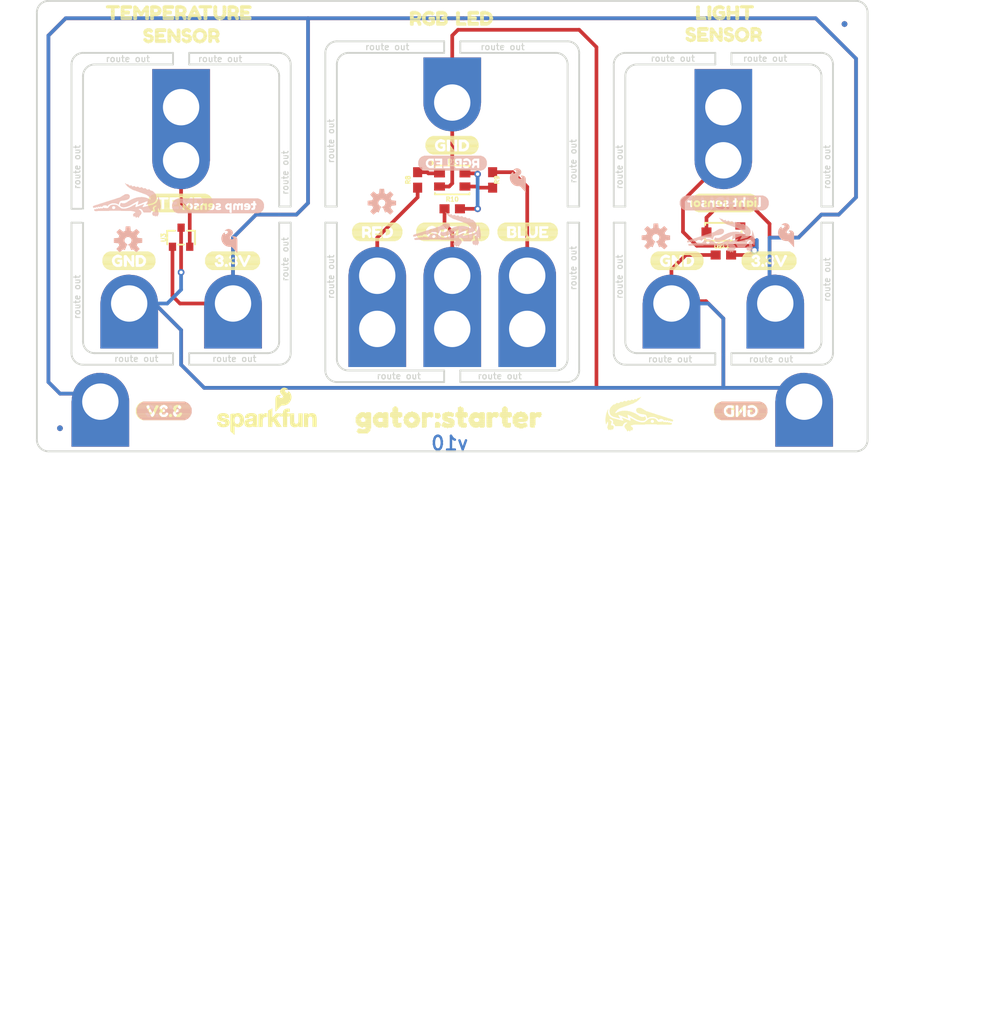
<source format=kicad_pcb>
(kicad_pcb (version 20211014) (generator pcbnew)
  (layers (0 "F.Cu" signal) (31 "B.Cu" signal) (34 "B.Paste" user) (35 "F.Paste" user) (36 "B.SilkS" user "B.Silkscreen") (37 "F.SilkS" user "F.Silkscreen") (38 "B.Mask" user) (39 "F.Mask" user) (44 "Edge.Cuts" user))
  (net 0 "")
  (net 1 "3.3V")
  (net 2 "GND")
  (net 3 "N$11")
  (net 4 "N$12")
  (net 5 "N$13")
  (net 6 "N$14")
  (net 7 "N$15")
  (net 8 "N$16")
  (net 9 "N$10")
  (net 10 "N$18")
  (footprint "boardEagle:0603" (layer "F.Cu") (at 148.5011 103.0986)
    (fp_text reference "R10")
    (fp_text value "100")
  )
  (footprint "boardEagle:SENSOR2" (layer "F.Cu") (at 172.7581 83.9216)
    (fp_text reference "U$21" hide)
    (fp_text value "" hide)
  )
  (footprint "boardEagle:3#3V1" (layer "F.Cu") (at 113.5761 125.3236)
    (fp_text reference "U$36" hide)
    (fp_text value "" hide)
  )
  (footprint "" (layer "F.Cu") (at 135.8011 103.2256)
    (fp_text reference "@HOLE4" hide)
    (fp_text value "")
  )
  (footprint "boardEagle:GREEN9" (layer "F.Cu") (at 144.4371 105.6386)
    (fp_text reference "U$8" hide)
    (fp_text value "" hide)
  )
  (footprint "" (layer "F.Cu") (at 135.8011 104.2416)
    (fp_text reference "@HOLE5" hide)
    (fp_text value "")
  )
  (footprint "boardEagle:GATOR" (layer "F.Cu") (at 178.3461 98.0186 180)
    (fp_text reference "U$24" hide)
    (fp_text value "GATOR" hide)
  )
  (footprint "boardEagle:3#3V1" (layer "F.Cu") (at 121.1961 108.8136)
    (fp_text reference "U$3" hide)
    (fp_text value "" hide)
  )
  (footprint "" (layer "F.Cu") (at 149.0091 85.6996)
    (fp_text reference "@HOLE11" hide)
    (fp_text value "")
  )
  (footprint "" (layer "F.Cu") (at 118.1481 87.0966)
    (fp_text reference "@HOLE6" hide)
    (fp_text value "")
  )
  (footprint "boardEagle:3#3V1" (layer "F.Cu") (at 180.2511 108.8136)
    (fp_text reference "U$2" hide)
    (fp_text value "" hide)
  )
  (footprint "" (layer "F.Cu") (at 178.8541 86.9696)
    (fp_text reference "@HOLE21" hide)
    (fp_text value "")
  )
  (footprint "" (layer "F.Cu") (at 147.9931 121.0056)
    (fp_text reference "@HOLE14" hide)
    (fp_text value "")
  )
  (footprint "" (layer "F.Cu") (at 161.2011 103.2256)
    (fp_text reference "@HOLE13" hide)
    (fp_text value "")
  )
  (footprint "" (layer "F.Cu") (at 177.8381 119.1006)
    (fp_text reference "@HOLE16" hide)
    (fp_text value "")
  )
  (footprint "" (layer "F.Cu") (at 177.8381 86.9696)
    (fp_text reference "@HOLE20" hide)
    (fp_text value "")
  )
  (footprint "boardEagle:GATOR" (layer "F.Cu") (at 140.2461 110.2106)
    (fp_text reference "U$10" hide)
    (fp_text value "GATOR" hide)
  )
  (footprint "boardEagle:LED5" (layer "F.Cu") (at 147.4851 82.1436)
    (fp_text reference "U$27" hide)
    (fp_text value "" hide)
  )
  (footprint "boardEagle:GATOR" (layer "F.Cu") (at 118.6561 98.0186 180)
    (fp_text reference "U$23" hide)
    (fp_text value "GATOR" hide)
  )
  (footprint "boardEagle:GND0" (layer "F.Cu") (at 145.4531 96.1136)
    (fp_text reference "U$1" hide)
    (fp_text value "" hide)
  )
  (footprint "boardEagle:GATOR#STARTER0" (layer "F.Cu") (at 135.8011 125.9586)
    (fp_text reference "U$30" hide)
    (fp_text value "" hide)
  )
  (footprint "boardEagle:GATOR" (layer "F.Cu") (at 156.7561 110.2106)
    (fp_text reference "U$14" hide)
    (fp_text value "GATOR" hide)
  )
  (footprint "boardEagle:TAB_GATOR_MINI" (layer "F.Cu") (at 184.0611 118.3386)
    (fp_text reference "U$26" hide)
    (fp_text value "TAB_GATOR_MINI" hide)
  )
  (footprint "" (layer "F.Cu") (at 119.1641 119.2276)
    (fp_text reference "@HOLE9" hide)
    (fp_text value "")
  )
  (footprint "boardEagle:BLUE10" (layer "F.Cu") (at 153.3271 105.6386)
    (fp_text reference "U$4" hide)
    (fp_text value "" hide)
  )
  (footprint "boardEagle:LIGHT4" (layer "F.Cu") (at 173.9011 81.5086)
    (fp_text reference "U$20" hide)
    (fp_text value "" hide)
  )
  (footprint "" (layer "F.Cu") (at 118.1481 119.2276)
    (fp_text reference "@HOLE8" hide)
    (fp_text value "")
  )
  (footprint "boardEagle:TAB_GATOR_MINI" (layer "F.Cu") (at 187.2361 129.1336)
    (fp_text reference "U$35" hide)
    (fp_text value "TAB_GATOR_MINI" hide)
  )
  (footprint "boardEagle:LIGHT4" (layer "F.Cu") (at 174.6631 102.4636)
    (fp_text reference "U$9" hide)
    (fp_text value "" hide)
  )
  (footprint "boardEagle:0603" (layer "F.Cu") (at 144.6911 99.9236 90)
    (fp_text reference "R8")
    (fp_text value "200")
  )
  (footprint "boardEagle:FIDUCIAL-MICRO" (layer "F.Cu") (at 191.6811 82.7786)
    (fp_text reference "FD1" hide)
    (fp_text value "FIDUCIALUFIDUCIAL" hide)
  )
  (footprint "" (layer "F.Cu") (at 149.0091 121.0056)
    (fp_text reference "@HOLE15" hide)
    (fp_text value "")
  )
  (footprint "boardEagle:TAB_GATOR_MINI" (layer "F.Cu") (at 172.6311 118.3386)
    (fp_text reference "U$25" hide)
    (fp_text value "TAB_GATOR_MINI" hide)
  )
  (footprint "boardEagle:TEMPERATURE3" (layer "F.Cu") (at 109.0041 81.5086)
    (fp_text reference "U$17" hide)
    (fp_text value "" hide)
  )
  (footprint "" (layer "F.Cu") (at 167.4241 104.2416)
    (fp_text reference "@HOLE18" hide)
    (fp_text value "")
  )
  (footprint "boardEagle:ORDERING_INSTRUCTIONS" (layer "F.Cu") (at 98.9711 141.8336)
    (fp_text reference "U$33" hide)
    (fp_text value "" hide)
  )
  (footprint "boardEagle:GND0" (layer "F.Cu") (at 177.2031 125.3236)
    (fp_text reference "U$38" hide)
    (fp_text value "" hide)
  )
  (footprint "boardEagle:GATOR#PNG" (layer "F.Cu") (at 168.7576 125.5776)
    (fp_text reference "U$41" hide)
    (fp_text value "" hide)
  )
  (footprint "boardEagle:GATOR" (layer "F.Cu") (at 148.5011 110.2106)
    (fp_text reference "U$15" hide)
    (fp_text value "GATOR" hide)
  )
  (footprint "boardEagle:GND0" (layer "F.Cu") (at 170.2181 108.8136)
    (fp_text reference "U$7" hide)
    (fp_text value "" hide)
  )
  (footprint "boardEagle:CREATIVE_COMMONS" (layer "F.Cu") (at 125.0061 139.2936)
    (fp_text reference "FRAME1" hide)
    (fp_text value "FRAME-LETTER" hide)
  )
  (footprint "" (layer "F.Cu") (at 189.2681 104.2416)
    (fp_text reference "@HOLE23" hide)
    (fp_text value "")
  )
  (footprint "boardEagle:TEMT6000" (layer "F.Cu") (at 178.3461 105.6386 180)
    (fp_text reference "U2")
    (fp_text value "LIGHT_SENSORTEMT6000")
  )
  (footprint "boardEagle:0603" (layer "F.Cu") (at 152.9461 99.9236 -90)
    (fp_text reference "R9")
    (fp_text value "100")
  )
  (footprint "boardEagle:SFE_LOGO_NAME_FLAME_.1" (layer "F.Cu") (at 122.2121 127.9906)
    (fp_text reference "U$5" hide)
    (fp_text value "" hide)
  )
  (footprint "boardEagle:RED8" (layer "F.Cu") (at 137.3251 105.6386)
    (fp_text reference "U$18" hide)
    (fp_text value "" hide)
  )
  (footprint "" (layer "F.Cu") (at 178.8541 119.1006)
    (fp_text reference "@HOLE17" hide)
    (fp_text value "")
  )
  (footprint "boardEagle:TAB_GATOR_MINI" (layer "F.Cu") (at 112.9411 118.3386)
    (fp_text reference "U$22" hide)
    (fp_text value "TAB_GATOR_MINI" hide)
  )
  (footprint "" (layer "F.Cu") (at 107.8611 103.3526)
    (fp_text reference "@HOLE0" hide)
    (fp_text value "")
  )
  (footprint "boardEagle:PLCC4SMDLED" (layer "F.Cu") (at 148.5011 99.9236)
    (fp_text reference "D1")
    (fp_text value "XZM2CRKM2DGFBB45SCCB")
  )
  (footprint "boardEagle:0603" (layer "F.Cu") (at 178.3461 108.1786)
    (fp_text reference "R11")
    (fp_text value "10k")
  )
  (footprint "boardEagle:SENSOR2" (layer "F.Cu") (at 113.0681 84.0486)
    (fp_text reference "U$16" hide)
    (fp_text value "" hide)
  )
  (footprint "" (layer "F.Cu") (at 147.9931 85.6996)
    (fp_text reference "@HOLE10" hide)
    (fp_text value "")
  )
  (footprint "boardEagle:TAB_GATOR_MINI" (layer "F.Cu") (at 109.7661 129.1336)
    (fp_text reference "U$19" hide)
    (fp_text value "TAB_GATOR_MINI" hide)
  )
  (footprint "boardEagle:RGB0" (layer "F.Cu") (at 142.4051 82.1436)
    (fp_text reference "U$40" hide)
    (fp_text value "" hide)
  )
  (footprint "" (layer "F.Cu") (at 119.1641 87.0966)
    (fp_text reference "@HOLE7" hide)
    (fp_text value "")
  )
  (footprint "boardEagle:FIDUCIAL-MICRO" (layer "F.Cu") (at 105.3211 127.2286)
    (fp_text reference "FD4" hide)
    (fp_text value "FIDUCIALUFIDUCIAL" hide)
  )
  (footprint "boardEagle:TAB_GATOR_MINI" (layer "F.Cu") (at 148.5011 86.5886 180)
    (fp_text reference "U$12" hide)
    (fp_text value "TAB_GATOR_MINI" hide)
  )
  (footprint "boardEagle:TAB_GATOR_MINI" (layer "F.Cu") (at 124.3711 118.3386)
    (fp_text reference "U$11" hide)
    (fp_text value "TAB_GATOR_MINI" hide)
  )
  (footprint "boardEagle:SOT23-3" (layer "F.Cu") (at 118.6561 106.2736)
    (fp_text reference "U3")
    (fp_text value "MCP9700TT")
  )
  (footprint "boardEagle:TEMP3" (layer "F.Cu") (at 114.8461 102.4636)
    (fp_text reference "U$13" hide)
    (fp_text value "" hide)
  )
  (footprint "boardEagle:GND0" (layer "F.Cu") (at 109.8931 108.8136)
    (fp_text reference "U$6" hide)
    (fp_text value "" hide)
  )
  (footprint "" (layer "F.Cu") (at 129.4511 104.2416)
    (fp_text reference "@HOLE3" hide)
    (fp_text value "")
  )
  (footprint "" (layer "F.Cu") (at 189.2681 103.2256)
    (fp_text reference "@HOLE22" hide)
    (fp_text value "")
  )
  (footprint "" (layer "F.Cu") (at 167.4241 103.2256)
    (fp_text reference "@HOLE19" hide)
    (fp_text value "")
  )
  (footprint "" (layer "F.Cu") (at 107.8611 104.3686)
    (fp_text reference "@HOLE1" hide)
    (fp_text value "")
  )
  (footprint "" (layer "F.Cu") (at 129.4511 103.2256)
    (fp_text reference "@HOLE2" hide)
    (fp_text value "")
  )
  (footprint "" (layer "F.Cu") (at 161.2011 104.2416)
    (fp_text reference "@HOLE12" hide)
    (fp_text value "")
  )
  (footprint "boardEagle:REVISION" (layer "F.Cu") (at 136.5631 141.4526)
    (fp_text reference "LOGO7" hide)
    (fp_text value "REVISION" hide)
  )
  (footprint "boardEagle:OSHW-LOGO-S" (layer "B.Cu") (at 112.8141 106.5911 180)
    (fp_text reference "LOGO5" hide)
    (fp_text value "OSHW-LOGOS" hide)
  )
  (footprint "boardEagle:OSHW-LOGO-S" (layer "B.Cu") (at 170.9166 106.2736 180)
    (fp_text reference "LOGO2" hide)
    (fp_text value "OSHW-LOGOS" hide)
  )
  (footprint "boardEagle:3#3V1" (layer "B.Cu") (at 119.9261 125.3236 180)
    (fp_text reference "U$37" hide)
    (fp_text value "" hide)
  )
  (footprint "boardEagle:SFE_LOGO_FLAME_.1" (layer "B.Cu") (at 125.1331 108.2421 180)
    (fp_text reference "LOGO6" hide)
    (fp_text value "SFE_LOGO_FLAME.1_INCH" hide)
  )
  (footprint "boardEagle:OSHW-LOGO-S" (layer "B.Cu") (at 140.7541 102.4636 180)
    (fp_text reference "LOGO3" hide)
    (fp_text value "OSHW-LOGOS" hide)
  )
  (footprint "boardEagle:FIDUCIAL-MICRO" (layer "B.Cu") (at 191.6811 82.7786 180)
    (fp_text reference "FD2" hide)
    (fp_text value "FIDUCIALUFIDUCIAL" hide)
  )
  (footprint "boardEagle:GATOR#PNG" (layer "B.Cu") (at 113.0046 102.0826 180)
    (fp_text reference "U$70" hide)
    (fp_text value "" hide)
  )
  (footprint "boardEagle:FIDUCIAL-MICRO" (layer "B.Cu") (at 105.3211 127.2286 180)
    (fp_text reference "FD3" hide)
    (fp_text value "FIDUCIALUFIDUCIAL" hide)
  )
  (footprint "boardEagle:SFE_LOGO_FLAME_.1" (layer "B.Cu") (at 156.8831 101.5746 180)
    (fp_text reference "LOGO4" hide)
    (fp_text value "SFE_LOGO_FLAME.1_INCH" hide)
  )
  (footprint "boardEagle:TEMP_SENSOR3" (layer "B.Cu") (at 127.8636 102.7811 180)
    (fp_text reference "U$32" hide)
    (fp_text value "" hide)
  )
  (footprint "boardEagle:SFE_LOGO_FLAME_.1" (layer "B.Cu") (at 186.4106 107.6071 180)
    (fp_text reference "LOGO1" hide)
    (fp_text value "SFE_LOGO_FLAME.1_INCH" hide)
  )
  (footprint "boardEagle:GATOR#PNG" (layer "B.Cu") (at 148.2471 105.2576 180)
    (fp_text reference "U$28" hide)
    (fp_text value "" hide)
  )
  (footprint "boardEagle:RGB_LED0" (layer "B.Cu") (at 152.4381 98.0821 180)
    (fp_text reference "U$34" hide)
    (fp_text value "" hide)
  )
  (footprint "boardEagle:GND0" (layer "B.Cu") (at 183.2991 125.3236 180)
    (fp_text reference "U$39" hide)
    (fp_text value "" hide)
  )
  (footprint "boardEagle:GATOR#PNG" (layer "B.Cu") (at 178.4096 105.8926 180)
    (fp_text reference "U$29" hide)
    (fp_text value "" hide)
  )
  (footprint "boardEagle:LIGHT_SENSOR0" (layer "B.Cu") (at 183.4261 102.4636 180)
    (fp_text reference "U$31" hide)
    (fp_text value "" hide)
  )
  (gr_line (start 119.5451 120.2436) (end 129.4511 120.2436) (layer "Edge.Cuts") (width 0.2032))
  (gr_line (start 161.2011 119.6086) (end 161.2011 104.6226) (layer "Edge.Cuts") (width 0.2032))
  (gr_arc (start 190.4111 118.9736) (mid 190.039126 119.871626) (end 189.1411 120.2436) (layer "Edge.Cuts") (width 0.2032))
  (gr_line (start 134.5311 120.8786) (end 134.5311 104.6226) (layer "Edge.Cuts") (width 0.2032))
  (gr_line (start 106.5911 104.6226) (end 106.5911 118.9736) (layer "Edge.Cuts") (width 0.2032))
  (gr_arc (start 104.0511 129.7686) (mid 103.153074 129.396626) (end 102.7811 128.4986) (layer "Edge.Cuts") (width 0.2032))
  (gr_line (start 117.7671 85.9536) (end 107.8611 85.9536) (layer "Edge.Cuts") (width 0.2032))
  (gr_line (start 177.4571 85.9536) (end 167.5511 85.9536) (layer "Edge.Cuts") (width 0.2032))
  (gr_line (start 159.9311 85.9536) (end 149.3901 85.9536) (layer "Edge.Cuts") (width 0.2032))
  (gr_line (start 189.1411 104.6226) (end 190.4111 104.6226) (layer "Edge.Cuts") (width 0.2032))
  (gr_line (start 179.2351 87.2236) (end 187.8711 87.2236) (layer "Edge.Cuts") (width 0.2032))
  (gr_line (start 162.4711 104.6226) (end 162.4711 120.8786) (layer "Edge.Cuts") (width 0.2032))
  (gr_line (start 167.5511 104.6226) (end 166.2811 104.6226) (layer "Edge.Cuts") (width 0.2032))
  (gr_arc (start 167.5511 120.2436) (mid 166.653074 119.871626) (end 166.2811 118.9736) (layer "Edge.Cuts") (width 0.2032))
  (gr_arc (start 134.5311 85.9536) (mid 134.903074 85.055574) (end 135.8011 84.6836) (layer "Edge.Cuts") (width 0.2032))
  (gr_arc (start 135.8011 87.2236) (mid 136.173074 86.325574) (end 137.0711 85.9536) (layer "Edge.Cuts") (width 0.2032))
  (gr_arc (start 106.5911 87.2236) (mid 106.963074 86.325574) (end 107.8611 85.9536) (layer "Edge.Cuts") (width 0.2032))
  (gr_line (start 130.7211 104.6226) (end 130.7211 118.9736) (layer "Edge.Cuts") (width 0.2032))
  (gr_line (start 167.5511 88.4936) (end 167.5511 102.8446) (layer "Edge.Cuts") (width 0.2032))
  (gr_arc (start 192.9511 80.2386) (mid 193.849126 80.610574) (end 194.2211 81.5086) (layer "Edge.Cuts") (width 0.2032))
  (gr_line (start 137.0711 120.8786) (end 147.6121 120.8786) (layer "Edge.Cuts") (width 0.2032))
  (gr_line (start 177.4571 87.2236) (end 177.4571 85.9536) (layer "Edge.Cuts") (width 0.2032))
  (gr_line (start 149.3901 85.9536) (end 149.3901 84.6836) (layer "Edge.Cuts") (width 0.2032))
  (gr_line (start 117.7671 118.9736) (end 117.7671 120.2436) (layer "Edge.Cuts") (width 0.2032))
  (gr_line (start 135.8011 104.6226) (end 135.8011 119.6086) (layer "Edge.Cuts") (width 0.2032))
  (gr_line (start 177.4571 87.2236) (end 168.8211 87.2236) (layer "Edge.Cuts") (width 0.2032))
  (gr_line (start 119.5451 87.2236) (end 128.1811 87.2236) (layer "Edge.Cuts") (width 0.2032))
  (gr_line (start 135.8011 87.2236) (end 135.8011 102.8446) (layer "Edge.Cuts") (width 0.2032))
  (gr_arc (start 129.4511 117.7036) (mid 129.079126 118.601626) (end 128.1811 118.9736) (layer "Edge.Cuts") (width 0.2032))
  (gr_arc (start 159.9311 85.9536) (mid 160.829126 86.325574) (end 161.2011 87.2236) (layer "Edge.Cuts") (width 0.2032))
  (gr_line (start 166.2811 104.6226) (end 166.2811 118.9736) (layer "Edge.Cuts") (width 0.2032))
  (gr_arc (start 107.8611 120.2436) (mid 106.963074 119.871626) (end 106.5911 118.9736) (layer "Edge.Cuts") (width 0.2032))
  (gr_line (start 147.6121 122.1486) (end 135.8011 122.1486) (layer "Edge.Cuts") (width 0.2032))
  (gr_arc (start 128.1811 87.2236) (mid 129.079126 87.595574) (end 129.4511 88.4936) (layer "Edge.Cuts") (width 0.2032))
  (gr_line (start 129.4511 102.8446) (end 130.7211 102.8446) (layer "Edge.Cuts") (width 0.2032))
  (gr_line (start 117.7671 87.2236) (end 109.1311 87.2236) (layer "Edge.Cuts") (width 0.2032))
  (gr_arc (start 107.8611 88.4936) (mid 108.233074 87.595574) (end 109.1311 87.2236) (layer "Edge.Cuts") (width 0.2032))
  (gr_line (start 190.4111 104.6226) (end 190.4111 118.9736) (layer "Edge.Cuts") (width 0.2032))
  (gr_line (start 179.2351 118.9736) (end 187.8711 118.9736) (layer "Edge.Cuts") (width 0.2032))
  (gr_line (start 135.8011 102.8446) (end 134.5311 102.8446) (layer "Edge.Cuts") (width 0.2032))
  (gr_line (start 102.7811 128.4986) (end 102.7811 81.5086) (layer "Edge.Cuts") (width 0.2032))
  (gr_line (start 161.2011 104.6226) (end 162.4711 104.6226) (layer "Edge.Cuts") (width 0.2032))
  (gr_line (start 167.5511 117.7036) (end 167.5511 104.6226) (layer "Edge.Cuts") (width 0.2032))
  (gr_line (start 104.0511 80.2386) (end 192.9511 80.2386) (layer "Edge.Cuts") (width 0.2032))
  (gr_arc (start 189.1411 85.9536) (mid 190.039126 86.325574) (end 190.4111 87.2236) (layer "Edge.Cuts") (width 0.2032))
  (gr_line (start 190.4111 102.8446) (end 190.4111 87.2236) (layer "Edge.Cuts") (width 0.2032))
  (gr_line (start 161.2011 102.8446) (end 161.2011 87.2236) (layer "Edge.Cuts") (width 0.2032))
  (gr_line (start 147.6121 120.8786) (end 147.6121 122.1486) (layer "Edge.Cuts") (width 0.2032))
  (gr_line (start 130.7211 102.8446) (end 130.7211 87.2236) (layer "Edge.Cuts") (width 0.2032))
  (gr_line (start 117.7671 120.2436) (end 107.8611 120.2436) (layer "Edge.Cuts") (width 0.2032))
  (gr_line (start 107.8611 104.6226) (end 106.5911 104.6226) (layer "Edge.Cuts") (width 0.2032))
  (gr_arc (start 167.5511 88.4936) (mid 167.923074 87.595574) (end 168.8211 87.2236) (layer "Edge.Cuts") (width 0.2032))
  (gr_arc (start 166.2811 87.2236) (mid 166.653074 86.325574) (end 167.5511 85.9536) (layer "Edge.Cuts") (width 0.2032))
  (gr_line (start 129.4511 88.4936) (end 129.4511 102.8446) (layer "Edge.Cuts") (width 0.2032))
  (gr_line (start 179.2351 85.9536) (end 189.1411 85.9536) (layer "Edge.Cuts") (width 0.2032))
  (gr_line (start 119.5451 118.9736) (end 119.5451 120.2436) (layer "Edge.Cuts") (width 0.2032))
  (gr_line (start 179.2351 118.9736) (end 179.2351 120.2436) (layer "Edge.Cuts") (width 0.2032))
  (gr_arc (start 129.4511 85.9536) (mid 130.349126 86.325574) (end 130.7211 87.2236) (layer "Edge.Cuts") (width 0.2032))
  (gr_line (start 147.6121 85.9536) (end 137.0711 85.9536) (layer "Edge.Cuts") (width 0.2032))
  (gr_line (start 135.8011 84.6836) (end 147.6121 84.6836) (layer "Edge.Cuts") (width 0.2032))
  (gr_line (start 177.4571 118.9736) (end 168.8211 118.9736) (layer "Edge.Cuts") (width 0.2032))
  (gr_arc (start 130.7211 118.9736) (mid 130.349126 119.871626) (end 129.4511 120.2436) (layer "Edge.Cuts") (width 0.2032))
  (gr_line (start 149.3901 120.8786) (end 159.9311 120.8786) (layer "Edge.Cuts") (width 0.2032))
  (gr_line (start 107.8611 103.0986) (end 106.5911 103.0986) (layer "Edge.Cuts") (width 0.2032))
  (gr_arc (start 168.8211 118.9736) (mid 167.923074 118.601626) (end 167.5511 117.7036) (layer "Edge.Cuts") (width 0.2032))
  (gr_line (start 161.2011 122.1486) (end 149.3901 122.1486) (layer "Edge.Cuts") (width 0.2032))
  (gr_line (start 129.4511 104.6226) (end 130.7211 104.6226) (layer "Edge.Cuts") (width 0.2032))
  (gr_arc (start 189.1411 117.7036) (mid 188.769126 118.601626) (end 187.8711 118.9736) (layer "Edge.Cuts") (width 0.2032))
  (gr_line (start 177.4571 118.9736) (end 177.4571 120.2436) (layer "Edge.Cuts") (width 0.2032))
  (gr_arc (start 137.0711 120.8786) (mid 136.173074 120.506626) (end 135.8011 119.6086) (layer "Edge.Cuts") (width 0.2032))
  (gr_arc (start 102.7811 81.5086) (mid 103.153074 80.610574) (end 104.0511 80.2386) (layer "Edge.Cuts") (width 0.2032))
  (gr_line (start 134.5311 104.6226) (end 135.8011 104.6226) (layer "Edge.Cuts") (width 0.2032))
  (gr_line (start 147.6121 84.6836) (end 147.6121 85.9536) (layer "Edge.Cuts") (width 0.2032))
  (gr_line (start 106.5911 103.0986) (end 106.5911 87.2236) (layer "Edge.Cuts") (width 0.2032))
  (gr_arc (start 109.1311 118.9736) (mid 108.233074 118.601626) (end 107.8611 117.7036) (layer "Edge.Cuts") (width 0.2032))
  (gr_line (start 119.5451 87.2236) (end 119.5451 85.9536) (layer "Edge.Cuts") (width 0.2032))
  (gr_line (start 189.1411 102.8446) (end 190.4111 102.8446) (layer "Edge.Cuts") (width 0.2032))
  (gr_line (start 166.2811 102.8446) (end 166.2811 87.2236) (layer "Edge.Cuts") (width 0.2032))
  (gr_line (start 162.4711 102.8446) (end 161.2011 102.8446) (layer "Edge.Cuts") (width 0.2032))
  (gr_line (start 179.2351 120.2436) (end 189.1411 120.2436) (layer "Edge.Cuts") (width 0.2032))
  (gr_line (start 119.5451 118.9736) (end 128.1811 118.9736) (layer "Edge.Cuts") (width 0.2032))
  (gr_line (start 177.4571 120.2436) (end 167.5511 120.2436) (layer "Edge.Cuts") (width 0.2032))
  (gr_line (start 149.3901 122.1486) (end 149.3901 120.8786) (layer "Edge.Cuts") (width 0.2032))
  (gr_line (start 192.9511 129.7686) (end 104.0511 129.7686) (layer "Edge.Cuts") (width 0.2032))
  (gr_line (start 134.5311 102.8446) (end 134.5311 85.9536) (layer "Edge.Cuts") (width 0.2032))
  (gr_line (start 149.3901 84.6836) (end 161.2011 84.6836) (layer "Edge.Cuts") (width 0.2032))
  (gr_line (start 119.5451 85.9536) (end 129.4511 85.9536) (layer "Edge.Cuts") (width 0.2032))
  (gr_arc (start 161.2011 119.6086) (mid 160.829126 120.506626) (end 159.9311 120.8786) (layer "Edge.Cuts") (width 0.2032))
  (gr_line (start 167.5511 102.8446) (end 166.2811 102.8446) (layer "Edge.Cuts") (width 0.2032))
  (gr_line (start 189.1411 88.4936) (end 189.1411 102.8446) (layer "Edge.Cuts") (width 0.2032))
  (gr_line (start 162.4711 85.9536) (end 162.4711 102.8446) (layer "Edge.Cuts") (width 0.2032))
  (gr_arc (start 161.2011 84.6836) (mid 162.099126 85.055574) (end 162.4711 85.9536) (layer "Edge.Cuts") (width 0.2032))
  (gr_line (start 107.8611 117.7036) (end 107.8611 104.6226) (layer "Edge.Cuts") (width 0.2032))
  (gr_line (start 107.8611 88.4936) (end 107.8611 103.0986) (layer "Edge.Cuts") (width 0.2032))
  (gr_line (start 117.7671 87.2236) (end 117.7671 85.9536) (layer "Edge.Cuts") (width 0.2032))
  (gr_line (start 179.2351 87.2236) (end 179.2351 85.9536) (layer "Edge.Cuts") (width 0.2032))
  (gr_arc (start 194.2211 128.4986) (mid 193.849126 129.396626) (end 192.9511 129.7686) (layer "Edge.Cuts") (width 0.2032))
  (gr_line (start 129.4511 117.7036) (end 129.4511 104.6226) (layer "Edge.Cuts") (width 0.2032))
  (gr_arc (start 162.4711 120.8786) (mid 162.099126 121.776626) (end 161.2011 122.1486) (layer "Edge.Cuts") (width 0.2032))
  (gr_arc (start 187.8711 87.2236) (mid 188.769126 87.595574) (end 189.1411 88.4936) (layer "Edge.Cuts") (width 0.2032))
  (gr_line (start 117.7671 118.9736) (end 109.1311 118.9736) (layer "Edge.Cuts") (width 0.2032))
  (gr_line (start 189.1411 117.7036) (end 189.1411 104.6226) (layer "Edge.Cuts") (width 0.2032))
  (gr_arc (start 135.8011 122.1486) (mid 134.903074 121.776626) (end 134.5311 120.8786) (layer "Edge.Cuts") (width 0.2032))
  (gr_line (start 194.2211 81.5086) (end 194.2211 128.4986) (layer "Edge.Cuts") (width 0.2032))
  (gr_text "v10" (at 150.4061 129.7686) (layer "B.Cu") (effects (font (size 1.5113 1.5113) (thickness 0.2667)) (justify left bottom mirror)))
  (gr_text "route out" (at 167.2971 101.0031 90) (layer "Edge.Cuts") (effects (font (size 0.69088 0.69088) (thickness 0.12192)) (justify left bottom)))
  (gr_text "route out" (at 111.2266 119.9896) (layer "Edge.Cuts") (effects (font (size 0.69088 0.69088) (thickness 0.12192)) (justify left bottom)))
  (gr_text "route out" (at 129.7051 106.1466 90) (layer "Edge.Cuts") (effects (font (size 0.69088 0.69088) (thickness 0.12192)) (justify right top)))
  (gr_text "route out" (at 115.2906 86.2076) (layer "Edge.Cuts") (effects (font (size 0.69088 0.69088) (thickness 0.12192)) (justify right top)))
  (gr_text "route out" (at 135.5471 113.0681 90) (layer "Edge.Cuts") (effects (font (size 0.69088 0.69088) (thickness 0.12192)) (justify left bottom)))
  (gr_text "route out" (at 122.0216 119.9896) (layer "Edge.Cuts") (effects (font (size 0.69088 0.69088) (thickness 0.12192)) (justify left bottom)))
  (gr_text "route out" (at 186.0931 119.2276) (layer "Edge.Cuts") (effects (font (size 0.69088 0.69088) (thickness 0.12192)) (justify right top)))
  (gr_text "route out" (at 107.6071 115.2906 90) (layer "Edge.Cuts") (effects (font (size 0.69088 0.69088) (thickness 0.12192)) (justify left bottom)))
  (gr_text "route out" (at 151.5491 85.6996) (layer "Edge.Cuts") (effects (font (size 0.69088 0.69088) (thickness 0.12192)) (justify left bottom)))
  (gr_text "route out" (at 170.2816 86.9696) (layer "Edge.Cuts") (effects (font (size 0.69088 0.69088) (thickness 0.12192)) (justify left bottom)))
  (gr_text "route out" (at 180.4416 86.9696) (layer "Edge.Cuts") (effects (font (size 0.69088 0.69088) (thickness 0.12192)) (justify left bottom)))
  (gr_text "route out" (at 190.1571 113.3856 90) (layer "Edge.Cuts") (effects (font (size 0.69088 0.69088) (thickness 0.12192)) (justify left bottom)))
  (gr_text "route out" (at 190.1571 101.0031 90) (layer "Edge.Cuts") (effects (font (size 0.69088 0.69088) (thickness 0.12192)) (justify left bottom)))
  (gr_text "route out" (at 174.9806 119.2276) (layer "Edge.Cuts") (effects (font (size 0.69088 0.69088) (thickness 0.12192)) (justify right top)))
  (gr_text "route out" (at 125.4506 86.2076) (layer "Edge.Cuts") (effects (font (size 0.69088 0.69088) (thickness 0.12192)) (justify right top)))
  (gr_text "route out" (at 138.8491 85.6996) (layer "Edge.Cuts") (effects (font (size 0.69088 0.69088) (thickness 0.12192)) (justify left bottom)))
  (gr_text "route out" (at 135.5471 98.1456 90) (layer "Edge.Cuts") (effects (font (size 0.69088 0.69088) (thickness 0.12192)) (justify left bottom)))
  (gr_text "route out" (at 167.2971 113.0681 90) (layer "Edge.Cuts") (effects (font (size 0.69088 0.69088) (thickness 0.12192)) (justify left bottom)))
  (gr_text "route out" (at 129.7051 96.6216 90) (layer "Edge.Cuts") (effects (font (size 0.69088 0.69088) (thickness 0.12192)) (justify right top)))
  (gr_text "route out" (at 162.2171 112.1156 90) (layer "Edge.Cuts") (effects (font (size 0.69088 0.69088) (thickness 0.12192)) (justify left bottom)))
  (gr_text "route out" (at 151.2316 121.8946) (layer "Edge.Cuts") (effects (font (size 0.69088 0.69088) (thickness 0.12192)) (justify left bottom)))
  (gr_text "route out" (at 162.2171 100.3681 90) (layer "Edge.Cuts") (effects (font (size 0.69088 0.69088) (thickness 0.12192)) (justify left bottom)))
  (gr_text "route out" (at 140.1191 121.8946) (layer "Edge.Cuts") (effects (font (size 0.69088 0.69088) (thickness 0.12192)) (justify left bottom)))
  (gr_text "route out" (at 107.6071 101.0031 90) (layer "Edge.Cuts") (effects (font (size 0.69088 0.69088) (thickness 0.12192)) (justify left bottom)))
  (segment (start 124.3711 113.5126) (end 118.5291 113.5126) (width 0.4064) (layer "F.Cu") (net 1))
  (segment (start 183.4261 106.2736) (end 183.4261 112.8776) (width 0.4064) (layer "F.Cu") (net 1))
  (segment (start 149.7711 82.1436) (end 149.7711 82.1436) (width 0.4064) (layer "F.Cu") (net 1))
  (segment (start 124.3711 106.2736) (end 126.9111 103.7336) (width 0.4064) (layer "F.Cu") (net 1))
  (segment (start 149.7711 82.1436) (end 188.5061 82.1436) (width 0.4064) (layer "F.Cu") (net 1))
  (segment (start 186.6011 106.2736) (end 189.1411 103.7336) (width 0.4064) (layer "F.Cu") (net 1))
  (segment (start 186.6011 106.2736) (end 183.4261 106.2736) (width 0.4064) (layer "F.Cu") (net 1))
  (segment (start 105.9561 82.1436) (end 132.6261 82.1436) (width 0.4064) (layer "F.Cu") (net 1))
  (segment (start 183.4261 106.2736) (end 183.4261 104.7496) (width 0.4064) (layer "F.Cu") (net 1))
  (segment (start 189.1411 103.7336) (end 191.0461 103.7336) (width 0.4064) (layer "F.Cu") (net 1))
  (segment (start 181.7751 103.0986) (end 177.4571 103.0986) (width 0.4064) (layer "F.Cu") (net 1))
  (segment (start 183.4261 104.7496) (end 181.7751 103.0986) (width 0.4064) (layer "F.Cu") (net 1))
  (segment (start 104.0511 84.0486) (end 105.9561 82.1436) (width 0.4064) (layer "F.Cu") (net 1))
  (segment (start 132.6261 82.1436) (end 148.5011 82.1436) (width 0.4064) (layer "F.Cu") (net 1))
  (segment (start 177.4571 103.0986) (end 176.4861 104.0696) (width 0.4064) (layer "F.Cu") (net 1))
  (segment (start 105.3211 123.4186) (end 104.0511 122.1486) (width 0.4064) (layer "F.Cu") (net 1))
  (segment (start 176.4861 105.6486) (end 176.4861 104.0696) (width 0.4064) (layer "F.Cu") (net 1))
  (segment (start 104.0511 122.1486) (end 104.0511 84.0486) (width 0.4064) (layer "F.Cu") (net 1))
  (segment (start 191.0461 103.7336) (end 192.9511 101.8286) (width 0.4064) (layer "F.Cu") (net 1))
  (segment (start 188.5061 82.1436) (end 192.9511 86.5886) (width 0.4064) (layer "F.Cu") (net 1))
  (segment (start 186.6011 106.2736) (end 183.4261 106.2736) (width 0.4064) (layer "F.Cu") (net 1))
  (segment (start 126.9111 103.7336) (end 131.3561 103.7336) (width 0.4064) (layer "F.Cu") (net 1))
  (segment (start 131.3561 103.7336) (end 132.6261 102.4636) (width 0.4064) (layer "F.Cu") (net 1))
  (segment (start 148.5011 82.1436) (end 149.7711 82.1436) (width 0.4064) (layer "F.Cu") (net 1))
  (segment (start 132.6261 102.4636) (end 132.6261 82.1436) (width 0.4064) (layer "F.Cu") (net 1))
  (segment (start 109.7661 124.3076) (end 108.8771 123.4186) (width 0.4064) (layer "F.Cu") (net 1))
  (segment (start 118.5291 113.5126) (end 117.7061 112.6896) (width 0.4064) (layer "F.Cu") (net 1))
  (segment (start 117.7061 112.6896) (end 117.7061 107.2736) (width 0.4064) (layer "F.Cu") (net 1))
  (segment (start 108.8771 123.4186) (end 105.3211 123.4186) (width 0.4064) (layer "F.Cu") (net 1))
  (segment (start 192.9511 86.5886) (end 192.9511 101.8286) (width 0.4064) (layer "F.Cu") (net 1))
  (segment (start 149.1361 82.1436) (end 149.7711 82.1436) (width 0.4064) (layer "F.Cu") (net 1))
  (segment (start 124.3711 113.5126) (end 124.3711 106.2736) (width 0.4064) (layer "F.Cu") (net 1))
  (segment (start 131.3561 103.7336) (end 132.6261 102.4636) (width 0.4064) (layer "B.Cu") (net 1))
  (segment (start 132.6261 82.1436) (end 188.5061 82.1436) (width 0.4064) (layer "B.Cu") (net 1))
  (segment (start 109.1311 123.4186) (end 109.7661 124.0536) (width 0.4064) (layer "B.Cu") (net 1))
  (segment (start 104.0511 122.1486) (end 105.3211 123.4186) (width 0.4064) (layer "B.Cu") (net 1))
  (segment (start 104.0511 84.0486) (end 105.9561 82.1436) (width 0.4064) (layer "B.Cu") (net 1))
  (segment (start 183.4261 112.8776) (end 183.4261 106.2736) (width 0.4064) (layer "B.Cu") (net 1))
  (segment (start 124.3711 113.5126) (end 124.3711 106.2736) (width 0.4064) (layer "B.Cu") (net 1))
  (segment (start 191.0461 103.7336) (end 189.1411 103.7336) (width 0.4064) (layer "B.Cu") (net 1))
  (segment (start 126.9111 103.7336) (end 131.3561 103.7336) (width 0.4064) (layer "B.Cu") (net 1))
  (segment (start 105.3211 123.4186) (end 109.1311 123.4186) (width 0.4064) (layer "B.Cu") (net 1))
  (segment (start 109.7661 124.0536) (end 109.7661 124.3076) (width 0.4064) (layer "B.Cu") (net 1))
  (segment (start 192.9511 86.5886) (end 192.9511 101.8286) (width 0.4064) (layer "B.Cu") (net 1))
  (segment (start 105.9561 82.1436) (end 132.6261 82.1436) (width 0.4064) (layer "B.Cu") (net 1))
  (segment (start 124.3711 106.2736) (end 126.9111 103.7336) (width 0.4064) (layer "B.Cu") (net 1))
  (segment (start 189.1411 103.7336) (end 186.6011 106.2736) (width 0.4064) (layer "B.Cu") (net 1))
  (segment (start 184.0611 113.5126) (end 183.4261 112.8776) (width 0.4064) (layer "B.Cu") (net 1))
  (segment (start 192.9511 101.8286) (end 191.0461 103.7336) (width 0.4064) (layer "B.Cu") (net 1))
  (segment (start 188.5061 82.1436) (end 192.9511 86.5886) (width 0.4064) (layer "B.Cu") (net 1))
  (segment (start 104.0511 84.0486) (end 104.0511 122.1486) (width 0.4064) (layer "B.Cu") (net 1))
  (segment (start 186.6011 106.2736) (end 183.4261 106.2736) (width 0.4064) (layer "B.Cu") (net 1))
  (segment (start 132.6261 102.4636) (end 132.6261 82.1436) (width 0.4064) (layer "B.Cu") (net 1))
  (segment (start 148.5011 91.4146) (end 148.5011 84.0486) (width 0.4064) (layer "F.Cu") (net 2))
  (segment (start 118.656096 116.4336) (end 118.656096 120.2436) (width 0.4064) (layer "F.Cu") (net 2))
  (segment (start 176.4411 113.2586) (end 173.5201 113.2586) (width 0.4064) (layer "F.Cu") (net 2))
  (segment (start 164.3761 122.7836) (end 121.1961 122.7836) (width 0.4064) (layer "F.Cu") (net 2))
  (segment (start 178.3461 115.1636) (end 178.3461 122.7836) (width 0.4064) (layer "F.Cu") (net 2))
  (segment (start 187.2361 124.3076) (end 185.7121 122.7836) (width 0.4064) (layer "F.Cu") (net 2))
  (segment (start 148.1571 100.6486) (end 148.5011 100.3046) (width 0.4064) (layer "F.Cu") (net 2))
  (segment (start 164.3761 85.3186) (end 164.3761 122.7836) (width 0.4064) (layer "F.Cu") (net 2))
  (segment (start 185.7121 122.7836) (end 178.3461 122.7836) (width 0.4064) (layer "F.Cu") (net 2))
  (segment (start 176.4411 113.2586) (end 178.3461 115.1636) (width 0.4064) (layer "F.Cu") (net 2))
  (segment (start 149.1361 83.4136) (end 162.4711 83.4136) (width 0.4064) (layer "F.Cu") (net 2))
  (segment (start 148.5011 91.4146) (end 148.5011 87.8586) (width 0.4064) (layer "F.Cu") (net 2))
  (segment (start 148.5011 100.3046) (end 148.5011 91.4146) (width 0.4064) (layer "F.Cu") (net 2))
  (segment (start 174.2186 108.1786) (end 172.6311 109.7661) (width 0.4064) (layer "F.Cu") (net 2))
  (segment (start 147.1011 100.6486) (end 148.1571 100.6486) (width 0.4064) (layer "F.Cu") (net 2))
  (segment (start 118.6561 110.0836) (end 118.6561 105.1736) (width 0.4064) (layer "F.Cu") (net 2))
  (segment (start 178.3461 122.7836) (end 164.3761 122.7836) (width 0.4064) (layer "F.Cu") (net 2))
  (segment (start 177.4961 108.1786) (end 174.2186 108.1786) (width 0.4064) (layer "F.Cu") (net 2))
  (segment (start 115.735096 113.5126) (end 118.656096 116.4336) (width 0.4064) (layer "F.Cu") (net 2))
  (segment (start 172.6311 109.7661) (end 172.6311 113.5126) (width 0.4064) (layer "F.Cu") (net 2))
  (segment (start 121.1961 122.7836) (end 118.656096 120.2436) (width 0.4064) (layer "F.Cu") (net 2))
  (segment (start 148.5011 84.0486) (end 149.1361 83.4136) (width 0.4064) (layer "F.Cu") (net 2))
  (segment (start 162.4711 83.4136) (end 164.3761 85.3186) (width 0.4064) (layer "F.Cu") (net 2))
  (via (at 118.6561 110.0836) (size 0.7366) (drill 0.381) (layers "F.Cu" "B.Cu") (net 2))
  (segment (start 178.3461 122.7836) (end 121.1961 122.7836) (width 0.4064) (layer "B.Cu") (net 2))
  (segment (start 118.6561 116.4336) (end 118.6561 120.2436) (width 0.4064) (layer "B.Cu") (net 2))
  (segment (start 118.6561 111.9886) (end 117.1321 113.5126) (width 0.4064) (layer "B.Cu") (net 2))
  (segment (start 121.1961 122.7836) (end 118.6561 120.2436) (width 0.4064) (layer "B.Cu") (net 2))
  (segment (start 178.3461 115.1636) (end 178.3461 122.7836) (width 0.4064) (layer "B.Cu") (net 2))
  (segment (start 115.7351 113.5126) (end 118.6561 116.4336) (width 0.4064) (layer "B.Cu") (net 2))
  (segment (start 117.1321 113.5126) (end 115.7351 113.5126) (width 0.4064) (layer "B.Cu") (net 2))
  (segment (start 118.6561 111.9886) (end 118.6561 110.0836) (width 0.4064) (layer "B.Cu") (net 2))
  (segment (start 178.3461 122.7836) (end 185.7121 122.7836) (width 0.4064) (layer "B.Cu") (net 2))
  (segment (start 176.6951 113.5126) (end 178.3461 115.1636) (width 0.4064) (layer "B.Cu") (net 2))
  (segment (start 185.7121 122.7836) (end 187.2361 124.3076) (width 0.4064) (layer "B.Cu") (net 2))
  (segment (start 176.6951 113.5126) (end 172.6311 113.5126) (width 0.4064) (layer "B.Cu") (net 2))
  (segment (start 115.7351 113.5126) (end 112.9411 113.5126) (width 0.4064) (layer "B.Cu") (net 2))
  (segment (start 151.3831 100.7736) (end 152.9461 100.7736) (width 0.4064) (layer "F.Cu") (net 3))
  (segment (start 149.9011 100.6486) (end 151.2581 100.6486) (width 0.4064) (layer "F.Cu") (net 3))
  (segment (start 151.2581 100.6486) (end 151.3831 100.7736) (width 0.4064) (layer "F.Cu") (net 3))
  (segment (start 145.8711 99.1986) (end 145.7461 99.0736) (width 0.4064) (layer "F.Cu") (net 4))
  (segment (start 144.6911 99.0736) (end 145.7461 99.0736) (width 0.4064) (layer "F.Cu") (net 4))
  (segment (start 145.7461 99.0736) (end 145.7461 99.0736) (width 0.4064) (layer "F.Cu") (net 4))
  (segment (start 147.1011 99.1986) (end 145.8711 99.1986) (width 0.4064) (layer "F.Cu") (net 4))
  (segment (start 149.9011 99.1986) (end 151.2051 99.1986) (width 0.4064) (layer "F.Cu") (net 5))
  (segment (start 151.2951 103.0986) (end 149.3511 103.0986) (width 0.4064) (layer "F.Cu") (net 5))
  (segment (start 151.2051 99.1986) (end 151.2951 99.2886) (width 0.4064) (layer "F.Cu") (net 5))
  (via (at 151.2951 99.2886) (size 0.7366) (drill 0.381) (layers "F.Cu" "B.Cu") (net 5))
  (via (at 151.2951 103.0986) (size 0.7366) (drill 0.381) (layers "F.Cu" "B.Cu") (net 5))
  (segment (start 151.2951 99.2886) (end 151.2951 103.0986) (width 0.4064) (layer "B.Cu") (net 5))
  (segment (start 140.2461 106.2736) (end 140.2461 110.4646) (width 0.4064) (layer "F.Cu") (net 6))
  (segment (start 144.6911 101.8286) (end 140.2461 106.2736) (width 0.4064) (layer "F.Cu") (net 6))
  (segment (start 140.2461 110.4646) (end 140.2461 116.3066) (width 0.4064) (layer "F.Cu") (net 6))
  (segment (start 144.6911 101.8286) (end 144.6911 100.7736) (width 0.4064) (layer "F.Cu") (net 6))
  (segment (start 156.3751 100.3046) (end 156.7561 100.6856) (width 0.4064) (layer "F.Cu") (net 7))
  (segment (start 152.9461 99.0736) (end 155.1441 99.0736) (width 0.4064) (layer "F.Cu") (net 7))
  (segment (start 156.3751 100.3046) (end 156.6291 100.5586) (width 0.4064) (layer "F.Cu") (net 7))
  (segment (start 155.1441 99.0736) (end 156.3751 100.3046) (width 0.4064) (layer "F.Cu") (net 7))
  (segment (start 156.7561 100.6856) (end 156.7561 110.4646) (width 0.4064) (layer "F.Cu") (net 7))
  (segment (start 156.7561 110.0836) (end 157.3911 109.4486) (width 0.4064) (layer "B.Cu") (net 7))
  (segment (start 157.3911 109.4486) (end 157.3911 109.8296) (width 0.4064) (layer "B.Cu") (net 7))
  (segment (start 157.3911 109.8296) (end 156.7561 110.4646) (width 0.4064) (layer "B.Cu") (net 7))
  (segment (start 156.7561 116.3066) (end 156.7561 110.4646) (width 0.4064) (layer "B.Cu") (net 7))
  (segment (start 156.7561 110.4646) (end 156.7561 110.0836) (width 0.4064) (layer "B.Cu") (net 7))
  (segment (start 147.6511 103.0986) (end 147.6511 104.7886) (width 0.4064) (layer "F.Cu") (net 8))
  (segment (start 147.6511 104.7886) (end 148.5011 105.6386) (width 0.4064) (layer "F.Cu") (net 8))
  (segment (start 148.5011 105.6386) (end 148.5011 110.4646) (width 0.4064) (layer "F.Cu") (net 8))
  (segment (start 148.5011 110.4646) (end 148.5011 116.3066) (width 0.4064) (layer "F.Cu") (net 8))
  (segment (start 118.6561 96.7486) (end 118.6561 91.9226) (width 0.4064) (layer "F.Cu") (net 9))
  (segment (start 118.6561 97.7646) (end 118.6561 102.4636) (width 0.4064) (layer "F.Cu") (net 9))
  (segment (start 118.6561 99.9236) (end 118.6561 96.7486) (width 0.4064) (layer "F.Cu") (net 9))
  (segment (start 118.6561 102.4636) (end 119.6061 103.4136) (width 0.4064) (layer "F.Cu") (net 9))
  (segment (start 118.6561 97.7646) (end 118.6561 96.7486) (width 0.4064) (layer "F.Cu") (net 9))
  (segment (start 119.6061 103.4136) (end 119.6061 107.2736) (width 0.4064) (layer "F.Cu") (net 9))
  (segment (start 178.3461 91.9226) (end 178.3461 97.7646) (width 0.4064) (layer "F.Cu") (net 10))
  (segment (start 181.4091 106.2886) (end 181.7751 106.6546) (width 0.4064) (layer "F.Cu") (net 10))
  (segment (start 180.2161 106.2886) (end 181.4091 106.2886) (width 0.4064) (layer "F.Cu") (net 10))
  (segment (start 175.4251 107.1626) (end 181.7751 107.1626) (width 0.4064) (layer "F.Cu") (net 10))
  (segment (start 173.9011 105.6386) (end 173.9011 102.2096) (width 0.4064) (layer "F.Cu") (net 10))
  (segment (start 181.2671 108.1786) (end 179.1961 108.1786) (width 0.4064) (layer "F.Cu") (net 10))
  (segment (start 181.7751 107.6706) (end 181.2671 108.1786) (width 0.4064) (layer "F.Cu") (net 10))
  (segment (start 181.7751 107.1626) (end 181.7751 107.6706) (width 0.4064) (layer "F.Cu") (net 10))
  (segment (start 173.9011 105.6386) (end 175.4251 107.1626) (width 0.4064) (layer "F.Cu") (net 10))
  (segment (start 181.7751 106.9086) (end 181.7751 107.1626) (width 0.4064) (layer "F.Cu") (net 10))
  (segment (start 173.9011 102.2096) (end 178.3461 97.7646) (width 0.4064) (layer "F.Cu") (net 10))
  (segment (start 181.7751 106.6546) (end 181.7751 106.9086) (width 0.4064) (layer "F.Cu") (net 10))
  (via (at 181.7751 107.6706) (size 0.8636) (drill 0.508) (layers "F.Cu" "B.Cu") (net 10))
  (segment (start 182.0291 107.4166) (end 181.7751 107.6706) (width 0.4064) (layer "B.Cu") (net 10))
  (segment (start 182.0291 106.5276) (end 182.0291 107.4166) (width 0.4064) (layer "B.Cu") (net 10))
)
</source>
